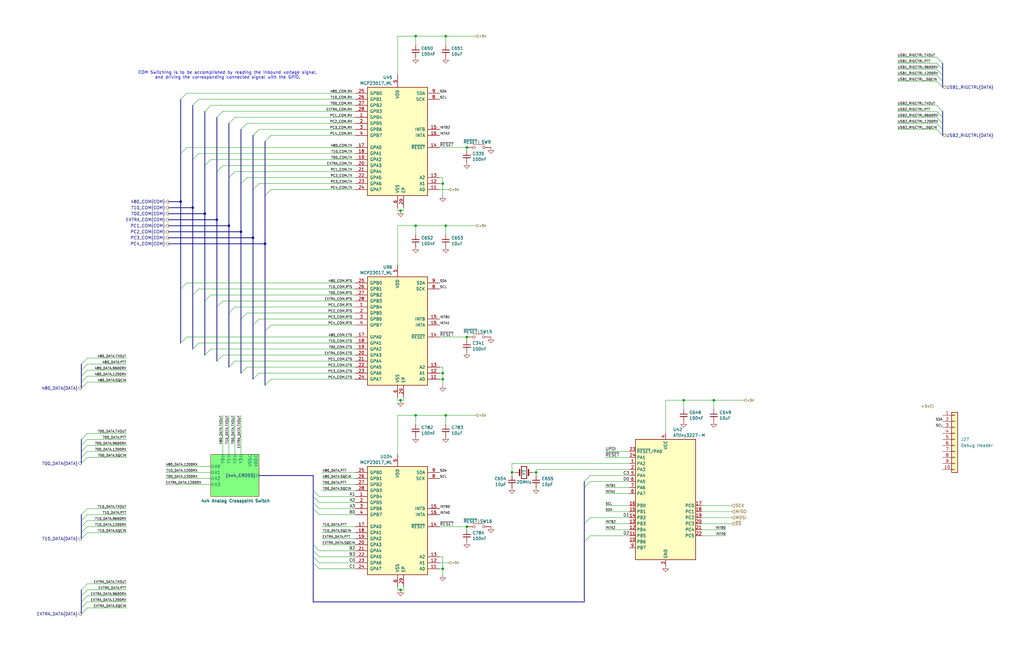
<source format=kicad_sch>
(kicad_sch (version 20250114) (generator "eeschema") (generator_version "9.0")
  (paper "B")
  (lib_symbols
    (symbol "Connector_Generic:Conn_01x10" (pin_names (offset 1.016) (hide yes))
      (property "Reference" "J" (at 0 12.7 0))
      (property "Value" "Conn_01x10" (at 0 -15.24 0))
      (symbol "Conn_01x10_1_1"
        (rectangle (start -1.27 11.43) (end 1.27 -13.97) (stroke (width 0.254)) (fill (type background)))
        (rectangle (start -1.27 10.287) (end 0 10.033) (stroke (width 0.1524)))
        (rectangle (start -1.27 7.747) (end 0 7.493) (stroke (width 0.1524)))
        (rectangle (start -1.27 5.207) (end 0 4.953) (stroke (width 0.1524)))
        (rectangle (start -1.27 2.667) (end 0 2.413) (stroke (width 0.1524)))
        (rectangle (start -1.27 0.127) (end 0 -0.127) (stroke (width 0.1524)))
        (rectangle (start -1.27 -2.413) (end 0 -2.667) (stroke (width 0.1524)))
        (rectangle (start -1.27 -4.953) (end 0 -5.207) (stroke (width 0.1524)))
        (rectangle (start -1.27 -7.493) (end 0 -7.747) (stroke (width 0.1524)))
        (rectangle (start -1.27 -10.033) (end 0 -10.287) (stroke (width 0.1524)))
        (rectangle (start -1.27 -12.573) (end 0 -12.827) (stroke (width 0.1524)))
        (pin passive line (at -5.08 10.16 0) (length 3.81) (name "Pin_1") (number "1"))
        (pin passive line (at -5.08 7.62 0) (length 3.81) (name "Pin_2") (number "2"))
        (pin passive line (at -5.08 5.08 0) (length 3.81) (name "Pin_3") (number "3"))
        (pin passive line (at -5.08 2.54 0) (length 3.81) (name "Pin_4") (number "4"))
        (pin passive line (at -5.08 0 0) (length 3.81) (name "Pin_5") (number "5"))
        (pin passive line (at -5.08 -2.54 0) (length 3.81) (name "Pin_6") (number "6"))
        (pin passive line (at -5.08 -5.08 0) (length 3.81) (name "Pin_7") (number "7"))
        (pin passive line (at -5.08 -7.62 0) (length 3.81) (name "Pin_8") (number "8"))
        (pin passive line (at -5.08 -10.16 0) (length 3.81) (name "Pin_9") (number "9"))
        (pin passive line (at -5.08 -12.7 0) (length 3.81) (name "Pin_10") (number "10"))
      )
    )
    (symbol "Device:C_Small" (pin_numbers (hide yes)) (pin_names (offset 0.254) (hide yes))
      (property "Reference" "C" (at 0.254 1.778 0))
      (property "Value" "C_Small" (at 0.254 -2.032 0))
      (symbol "C_Small_0_1"
        (polyline (pts (xy -1.524 0.508) (xy 1.524 0.508)) (stroke (width 0.3048)))
        (polyline (pts (xy -1.524 -0.508) (xy 1.524 -0.508)) (stroke (width 0.3302)))
      )
      (symbol "C_Small_1_1"
        (pin passive line (at 0 2.54 270) (length 2.032) (name "~") (number "1"))
        (pin passive line (at 0 -2.54 90) (length 2.032) (name "~") (number "2"))
      )
    )
    (symbol "Device:Crystal" (pin_numbers (hide yes)) (pin_names (offset 1.016) (hide yes))
      (property "Reference" "Y" (at 0 3.81 0))
      (property "Value" "Crystal" (at 0 -3.81 0))
      (symbol "Crystal_0_1"
        (polyline (pts (xy -2.54 0) (xy -1.905 0)))
        (polyline (pts (xy -1.905 -1.27) (xy -1.905 1.27)) (stroke (width 0.508)))
        (rectangle (start -1.143 2.54) (end 1.143 -2.54) (stroke (width 0.3048)))
        (polyline (pts (xy 1.905 -1.27) (xy 1.905 1.27)) (stroke (width 0.508)))
        (polyline (pts (xy 2.54 0) (xy 1.905 0)))
      )
      (symbol "Crystal_1_1"
        (pin passive line (at -3.81 0 0) (length 1.27) (name "1") (number "1"))
        (pin passive line (at 3.81 0 180) (length 1.27) (name "2") (number "2"))
      )
    )
    (symbol "Interface_Expansion:MCP23017_ML" (pin_names (offset 1.016))
      (property "Reference" "U" (at -11.43 24.13 0))
      (property "Value" "MCP23017_ML" (at 0 0 0))
      (symbol "MCP23017_ML_0_1"
        (rectangle (start -12.7 22.86) (end 12.7 -22.86) (stroke (width 0.254)) (fill (type background)))
      )
      (symbol "MCP23017_ML_1_1"
        (pin bidirectional line (at -17.78 20.32 0) (length 5.08) (name "SDA") (number "9"))
        (pin input line (at -17.78 17.78 0) (length 5.08) (name "SCK") (number "8"))
        (pin tri_state line (at -17.78 5.08 0) (length 5.08) (name "INTB") (number "15"))
        (pin tri_state line (at -17.78 2.54 0) (length 5.08) (name "INTA") (number "16"))
        (pin input line (at -17.78 -2.54 0) (length 5.08) (name "~{RESET}") (number "14"))
        (pin input line (at -17.78 -15.24 0) (length 5.08) (name "A2") (number "13"))
        (pin input line (at -17.78 -17.78 0) (length 5.08) (name "A1") (number "12"))
        (pin input line (at -17.78 -20.32 0) (length 5.08) (name "A0") (number "11"))
        (pin no_connect line (at -12.7 15.24 0) (length 5.08) (hide yes) (name "NC") (number "7"))
        (pin no_connect line (at -12.7 12.7 0) (length 5.08) (hide yes) (name "NC") (number "10"))
        (pin passive line (at -2.54 -27.94 90) (length 5.08) (name "EP") (number "29"))
        (pin power_in line (at 0 27.94 270) (length 5.08) (name "VDD") (number "5"))
        (pin power_in line (at 0 -27.94 90) (length 5.08) (name "VSS") (number "6"))
        (pin bidirectional line (at 17.78 20.32 180) (length 5.08) (name "GPB0") (number "25"))
        (pin bidirectional line (at 17.78 17.78 180) (length 5.08) (name "GPB1") (number "26"))
        (pin bidirectional line (at 17.78 15.24 180) (length 5.08) (name "GPB2") (number "27"))
        (pin bidirectional line (at 17.78 12.7 180) (length 5.08) (name "GPB3") (number "28"))
        (pin bidirectional line (at 17.78 10.16 180) (length 5.08) (name "GPB4") (number "1"))
        (pin bidirectional line (at 17.78 7.62 180) (length 5.08) (name "GPB5") (number "2"))
        (pin bidirectional line (at 17.78 5.08 180) (length 5.08) (name "GPB6") (number "3"))
        (pin output line (at 17.78 2.54 180) (length 5.08) (name "GPB7") (number "4"))
        (pin bidirectional line (at 17.78 -2.54 180) (length 5.08) (name "GPA0") (number "17"))
        (pin bidirectional line (at 17.78 -5.08 180) (length 5.08) (name "GPA1") (number "18"))
        (pin bidirectional line (at 17.78 -7.62 180) (length 5.08) (name "GPA2") (number "19"))
        (pin bidirectional line (at 17.78 -10.16 180) (length 5.08) (name "GPA3") (number "20"))
        (pin bidirectional line (at 17.78 -12.7 180) (length 5.08) (name "GPA4") (number "21"))
        (pin bidirectional line (at 17.78 -15.24 180) (length 5.08) (name "GPA5") (number "22"))
        (pin bidirectional line (at 17.78 -17.78 180) (length 5.08) (name "GPA6") (number "23"))
        (pin output line (at 17.78 -20.32 180) (length 5.08) (name "GPA7") (number "24"))
      )
    )
    (symbol "MCU_Microchip_ATtiny:ATtiny3227-M"
      (property "Reference" "U" (at -12.7 26.67 0))
      (property "Value" "ATtiny3227-M" (at 2.54 -26.67 0))
      (symbol "ATtiny3227-M_0_1"
        (rectangle (start -12.7 -25.4) (end 12.7 25.4) (stroke (width 0.254)) (fill (type background)))
      )
      (symbol "ATtiny3227-M_1_1"
        (pin bidirectional line (at -15.24 -2.54 0) (length 2.54) (name "PC0") (number "17"))
        (pin bidirectional line (at -15.24 -5.08 0) (length 2.54) (name "PC1") (number "18"))
        (pin bidirectional line (at -15.24 -7.62 0) (length 2.54) (name "PC2") (number "19"))
        (pin bidirectional line (at -15.24 -10.16 0) (length 2.54) (name "PC3") (number "20"))
        (pin bidirectional line (at -15.24 -12.7 0) (length 2.54) (name "PC4") (number "21"))
        (pin bidirectional line (at -15.24 -15.24 0) (length 2.54) (name "PC5") (number "22"))
        (pin power_in line (at 0 27.94 270) (length 2.54) (name "VCC") (number "4"))
        (pin passive line (at 0 -27.94 90) (length 2.54) (hide yes) (name "GND") (number "25"))
        (pin power_in line (at 0 -27.94 90) (length 2.54) (name "GND") (number "3"))
        (pin bidirectional line (at 15.24 20.32 180) (length 2.54) (name "~{RESET}/PA0") (number "23"))
        (pin bidirectional line (at 15.24 17.78 180) (length 2.54) (name "PA1") (number "24"))
        (pin bidirectional line (at 15.24 15.24 180) (length 2.54) (name "PA2") (number "1"))
        (pin bidirectional line (at 15.24 12.7 180) (length 2.54) (name "PA3") (number "2"))
        (pin bidirectional line (at 15.24 10.16 180) (length 2.54) (name "PA4") (number "5"))
        (pin bidirectional line (at 15.24 7.62 180) (length 2.54) (name "PA5") (number "6"))
        (pin bidirectional line (at 15.24 5.08 180) (length 2.54) (name "PA6") (number "7"))
        (pin bidirectional line (at 15.24 2.54 180) (length 2.54) (name "PA7") (number "8"))
        (pin bidirectional line (at 15.24 -2.54 180) (length 2.54) (name "PB0") (number "16"))
        (pin bidirectional line (at 15.24 -5.08 180) (length 2.54) (name "PB1") (number "15"))
        (pin bidirectional line (at 15.24 -7.62 180) (length 2.54) (name "PB2") (number "14"))
        (pin bidirectional line (at 15.24 -10.16 180) (length 2.54) (name "PB3") (number "13"))
        (pin bidirectional line (at 15.24 -12.7 180) (length 2.54) (name "PB4") (number "12"))
        (pin bidirectional line (at 15.24 -15.24 180) (length 2.54) (name "PB5") (number "11"))
        (pin bidirectional line (at 15.24 -17.78 180) (length 2.54) (name "PB6") (number "10"))
        (pin bidirectional line (at 15.24 -20.32 180) (length 2.54) (name "PB7") (number "9"))
      )
    )
    (symbol "Switch:SW_Push" (pin_numbers (hide yes)) (pin_names (offset 1.016) (hide yes))
      (property "Reference" "SW" (at 1.27 2.54 0))
      (property "Value" "SW_Push" (at 0 -1.524 0))
      (symbol "SW_Push_0_1"
        (circle (center -2.032 0) (radius 0.508))
        (polyline (pts (xy 0 1.27) (xy 0 3.048)))
        (circle (center 2.032 0) (radius 0.508))
        (polyline (pts (xy 2.54 1.27) (xy -2.54 1.27)))
        (pin passive line (at -5.08 0 0) (length 2.54) (name "1") (number "1"))
        (pin passive line (at 5.08 0 180) (length 2.54) (name "2") (number "2"))
      )
    )
    (symbol "power:GND" (power) (pin_numbers (hide yes)) (pin_names (offset 0) (hide yes))
      (property "Value" "GND" (at 0 -3.81 0))
      (symbol "GND_0_1"
        (polyline (pts (xy 0 0) (xy 0 -1.27) (xy 1.27 -1.27) (xy 0 -2.54) (xy -1.27 -1.27) (xy 0 -1.27)))
      )
      (symbol "GND_1_1"
        (pin power_in line (at 0 0 270) (length 0) (name "~") (number "1"))
      )
    )
  )
  (text "COM Switching is to be accomplished by reading the inbound voltage signal,\nand driving the corresponding connected signal with the GPIO." (at 96.012 31.75 0) (effects (font (size 1.27 1.27))))
  (junction (at 186.69 77.47))
  (junction (at 175.26 15.24))
  (junction (at 187.96 95.25))
  (junction (at 196.85 62.23))
  (junction (at 76.2 85.09))
  (junction (at 175.26 95.25))
  (junction (at 91.44 92.71))
  (junction (at 186.69 160.02))
  (junction (at 196.85 222.25))
  (junction (at 96.52 95.25))
  (junction (at 168.91 168.91))
  (junction (at 226.06 199.39))
  (junction (at 215.9 199.39))
  (junction (at 86.36 90.17))
  (junction (at 187.96 175.26))
  (junction (at 187.96 15.24))
  (junction (at 111.76 102.87))
  (junction (at 288.29 168.91))
  (junction (at 175.26 175.26))
  (junction (at 81.28 87.63))
  (junction (at 300.99 168.91))
  (junction (at 101.6 97.79))
  (junction (at 106.68 100.33))
  (junction (at 186.69 240.03))
  (junction (at 196.85 142.24))
  (junction (at 168.91 88.9))
  (junction (at 168.91 248.92))
  (junction (at 186.69 157.48))
  (bus_entry (at 99.06 152.4) (size -2.54 2.54))
  (bus_entry (at 394.97 46.99) (size 2.54 2.54))
  (bus_entry (at 36.83 248.92) (size -2.54 2.54))
  (bus_entry (at 78.74 119.38) (size -2.54 2.54))
  (bus_entry (at 78.74 142.24) (size -2.54 2.54))
  (bus_entry (at 394.97 49.53) (size 2.54 2.54))
  (bus_entry (at 93.98 149.86) (size -2.54 2.54))
  (bus_entry (at 36.83 190.5) (size -2.54 2.54))
  (bus_entry (at 36.83 217.17) (size -2.54 2.54))
  (bus_entry (at 104.14 132.08) (size -2.54 2.54))
  (bus_entry (at 83.82 41.91) (size -2.54 2.54))
  (bus_entry (at 394.97 24.13) (size 2.54 2.54))
  (bus_entry (at 36.83 222.25) (size -2.54 2.54))
  (bus_entry (at 78.74 62.23) (size -2.54 2.54))
  (bus_entry (at 36.83 254) (size -2.54 2.54))
  (bus_entry (at 83.82 144.78) (size -2.54 2.54))
  (bus_entry (at 132.08 207.01) (size 2.54 2.54))
  (bus_entry (at 246.38 203.2) (size 2.54 -2.54))
  (bus_entry (at 99.06 129.54) (size -2.54 2.54))
  (bus_entry (at 394.97 31.75) (size 2.54 2.54))
  (bus_entry (at 36.83 187.96) (size -2.54 2.54))
  (bus_entry (at 83.82 64.77) (size -2.54 2.54))
  (bus_entry (at 93.98 69.85) (size -2.54 2.54))
  (bus_entry (at 114.3 80.01) (size -2.54 2.54))
  (bus_entry (at 104.14 154.94) (size -2.54 2.54))
  (bus_entry (at 394.97 52.07) (size 2.54 2.54))
  (bus_entry (at 109.22 54.61) (size -2.54 2.54))
  (bus_entry (at 394.97 34.29) (size 2.54 2.54))
  (bus_entry (at 36.83 224.79) (size -2.54 2.54))
  (bus_entry (at 132.08 234.95) (size 2.54 2.54))
  (bus_entry (at 36.83 151.13) (size -2.54 2.54))
  (bus_entry (at 36.83 158.75) (size -2.54 2.54))
  (bus_entry (at 36.83 193.04) (size -2.54 2.54))
  (bus_entry (at 36.83 251.46) (size -2.54 2.54))
  (bus_entry (at 246.38 205.74) (size 2.54 -2.54))
  (bus_entry (at 99.06 72.39) (size -2.54 2.54))
  (bus_entry (at 104.14 74.93) (size -2.54 2.54))
  (bus_entry (at 109.22 157.48) (size -2.54 2.54))
  (bus_entry (at 132.08 209.55) (size 2.54 2.54))
  (bus_entry (at 394.97 26.67) (size 2.54 2.54))
  (bus_entry (at 36.83 246.38) (size -2.54 2.54))
  (bus_entry (at 109.22 77.47) (size -2.54 2.54))
  (bus_entry (at 88.9 44.45) (size -2.54 2.54))
  (bus_entry (at 36.83 256.54) (size -2.54 2.54))
  (bus_entry (at 109.22 134.62) (size -2.54 2.54))
  (bus_entry (at 394.97 29.21) (size 2.54 2.54))
  (bus_entry (at 132.08 237.49) (size 2.54 2.54))
  (bus_entry (at 36.83 185.42) (size -2.54 2.54))
  (bus_entry (at 36.83 153.67) (size -2.54 2.54))
  (bus_entry (at 394.97 54.61) (size 2.54 2.54))
  (bus_entry (at 394.97 44.45) (size 2.54 2.54))
  (bus_entry (at 132.08 232.41) (size 2.54 2.54))
  (bus_entry (at 132.08 212.09) (size 2.54 2.54))
  (bus_entry (at 36.83 156.21) (size -2.54 2.54))
  (bus_entry (at 36.83 161.29) (size -2.54 2.54))
  (bus_entry (at 36.83 214.63) (size -2.54 2.54))
  (bus_entry (at 88.9 124.46) (size -2.54 2.54))
  (bus_entry (at 78.74 39.37) (size -2.54 2.54))
  (bus_entry (at 104.14 52.07) (size -2.54 2.54))
  (bus_entry (at 246.38 220.98) (size 2.54 -2.54))
  (bus_entry (at 88.9 67.31) (size -2.54 2.54))
  (bus_entry (at 114.3 137.16) (size -2.54 2.54))
  (bus_entry (at 36.83 182.88) (size -2.54 2.54))
  (bus_entry (at 132.08 229.87) (size 2.54 2.54))
  (bus_entry (at 36.83 219.71) (size -2.54 2.54))
  (bus_entry (at 83.82 121.92) (size -2.54 2.54))
  (bus_entry (at 114.3 160.02) (size -2.54 2.54))
  (bus_entry (at 99.06 49.53) (size -2.54 2.54))
  (bus_entry (at 246.38 228.6) (size 2.54 -2.54))
  (bus_entry (at 88.9 147.32) (size -2.54 2.54))
  (bus_entry (at 93.98 127) (size -2.54 2.54))
  (bus_entry (at 114.3 57.15) (size -2.54 2.54))
  (bus_entry (at 93.98 46.99) (size -2.54 2.54))
  (bus_entry (at 132.08 214.63) (size 2.54 2.54))
  (wire (pts (xy 226.06 198.12) (xy 226.06 199.39)))
  (wire (pts (xy 99.06 175.26) (xy 99.06 191.77)))
  (wire (pts (xy 187.96 95.25) (xy 175.26 95.25)))
  (wire (pts (xy 88.9 124.46) (xy 149.86 124.46)))
  (wire (pts (xy 93.98 46.99) (xy 149.86 46.99)))
  (wire (pts (xy 215.9 199.39) (xy 217.17 199.39)))
  (bus (pts (xy 132.08 209.55) (xy 132.08 212.09)))
  (wire (pts (xy 93.98 127) (xy 149.86 127)))
  (bus (pts (xy 101.6 77.47) (xy 101.6 97.79)))
  (bus (pts (xy 111.76 139.7) (xy 111.76 162.56)))
  (wire (pts (xy 99.06 129.54) (xy 149.86 129.54)))
  (bus (pts (xy 86.36 90.17) (xy 86.36 69.85)))
  (bus (pts (xy 106.68 137.16) (xy 106.68 160.02)))
  (bus (pts (xy 34.29 193.04) (xy 34.29 195.58)))
  (bus (pts (xy 34.29 219.71) (xy 34.29 222.25)))
  (bus (pts (xy 397.51 26.67) (xy 397.51 29.21)))
  (wire (pts (xy 187.96 175.26) (xy 175.26 175.26)))
  (wire (pts (xy 265.43 200.66) (xy 248.92 200.66)))
  (wire (pts (xy 36.83 251.46) (xy 53.34 251.46)))
  (bus (pts (xy 34.29 217.17) (xy 34.29 219.71)))
  (bus (pts (xy 111.76 82.55) (xy 111.76 102.87)))
  (wire (pts (xy 170.18 87.63) (xy 170.18 88.9)))
  (wire (pts (xy 196.85 222.25) (xy 196.85 223.52)))
  (wire (pts (xy 36.83 156.21) (xy 53.34 156.21)))
  (wire (pts (xy 36.83 224.79) (xy 53.34 224.79)))
  (bus (pts (xy 246.38 228.6) (xy 246.38 220.98)))
  (wire (pts (xy 248.92 226.06) (xy 265.43 226.06)))
  (wire (pts (xy 186.69 240.03) (xy 186.69 242.57)))
  (wire (pts (xy 135.89 201.93) (xy 149.86 201.93)))
  (wire (pts (xy 109.22 54.61) (xy 149.86 54.61)))
  (wire (pts (xy 280.67 168.91) (xy 280.67 182.88)))
  (wire (pts (xy 196.85 62.23) (xy 196.85 63.5)))
  (wire (pts (xy 394.97 31.75) (xy 378.46 31.75)))
  (wire (pts (xy 78.74 39.37) (xy 149.86 39.37)))
  (wire (pts (xy 149.86 209.55) (xy 134.62 209.55)))
  (wire (pts (xy 104.14 132.08) (xy 149.86 132.08)))
  (wire (pts (xy 36.83 222.25) (xy 53.34 222.25)))
  (wire (pts (xy 149.86 214.63) (xy 134.62 214.63)))
  (wire (pts (xy 226.06 198.12) (xy 265.43 198.12)))
  (wire (pts (xy 255.27 190.5) (xy 265.43 190.5)))
  (wire (pts (xy 167.64 175.26) (xy 167.64 191.77)))
  (wire (pts (xy 88.9 44.45) (xy 149.86 44.45)))
  (bus (pts (xy 397.51 49.53) (xy 397.51 52.07)))
  (bus (pts (xy 101.6 134.62) (xy 101.6 157.48)))
  (wire (pts (xy 78.74 119.38) (xy 149.86 119.38)))
  (wire (pts (xy 175.26 175.26) (xy 175.26 179.07)))
  (bus (pts (xy 132.08 234.95) (xy 132.08 237.49)))
  (bus (pts (xy 76.2 85.09) (xy 76.2 121.92)))
  (wire (pts (xy 187.96 15.24) (xy 175.26 15.24)))
  (bus (pts (xy 34.29 158.75) (xy 34.29 161.29)))
  (wire (pts (xy 135.89 204.47) (xy 149.86 204.47)))
  (wire (pts (xy 93.98 69.85) (xy 149.86 69.85)))
  (wire (pts (xy 394.97 26.67) (xy 378.46 26.67)))
  (wire (pts (xy 99.06 72.39) (xy 149.86 72.39)))
  (wire (pts (xy 36.83 187.96) (xy 53.34 187.96)))
  (wire (pts (xy 36.83 153.67) (xy 53.34 153.67)))
  (wire (pts (xy 69.85 199.39) (xy 88.9 199.39)))
  (wire (pts (xy 135.89 199.39) (xy 149.86 199.39)))
  (wire (pts (xy 83.82 64.77) (xy 149.86 64.77)))
  (bus (pts (xy 132.08 212.09) (xy 132.08 214.63)))
  (wire (pts (xy 186.69 157.48) (xy 185.42 157.48)))
  (wire (pts (xy 186.69 160.02) (xy 186.69 162.56)))
  (wire (pts (xy 186.69 234.95) (xy 185.42 234.95)))
  (wire (pts (xy 255.27 215.9) (xy 265.43 215.9)))
  (wire (pts (xy 78.74 142.24) (xy 149.86 142.24)))
  (wire (pts (xy 394.97 46.99) (xy 378.46 46.99)))
  (wire (pts (xy 167.64 247.65) (xy 167.64 248.92)))
  (wire (pts (xy 149.86 217.17) (xy 134.62 217.17)))
  (bus (pts (xy 106.68 57.15) (xy 106.68 80.01)))
  (bus (pts (xy 81.28 87.63) (xy 81.28 124.46)))
  (wire (pts (xy 69.85 204.47) (xy 88.9 204.47)))
  (wire (pts (xy 394.97 44.45) (xy 378.46 44.45)))
  (wire (pts (xy 186.69 157.48) (xy 186.69 160.02)))
  (wire (pts (xy 135.89 224.79) (xy 149.86 224.79)))
  (wire (pts (xy 170.18 247.65) (xy 170.18 248.92)))
  (bus (pts (xy 34.29 161.29) (xy 34.29 163.83)))
  (wire (pts (xy 255.27 223.52) (xy 265.43 223.52)))
  (bus (pts (xy 246.38 205.74) (xy 246.38 220.98)))
  (bus (pts (xy 109.22 200.66) (xy 132.08 200.66)))
  (bus (pts (xy 76.2 64.77) (xy 76.2 85.09)))
  (wire (pts (xy 109.22 134.62) (xy 149.86 134.62)))
  (wire (pts (xy 394.97 49.53) (xy 378.46 49.53)))
  (bus (pts (xy 397.51 31.75) (xy 397.51 34.29)))
  (bus (pts (xy 246.38 254) (xy 132.08 254)))
  (wire (pts (xy 255.27 205.74) (xy 265.43 205.74)))
  (wire (pts (xy 99.06 49.53) (xy 149.86 49.53)))
  (wire (pts (xy 313.69 168.91) (xy 300.99 168.91)))
  (wire (pts (xy 226.06 200.66) (xy 226.06 199.39)))
  (wire (pts (xy 215.9 200.66) (xy 215.9 199.39)))
  (wire (pts (xy 168.91 168.91) (xy 170.18 168.91)))
  (wire (pts (xy 185.42 237.49) (xy 189.23 237.49)))
  (wire (pts (xy 186.69 77.47) (xy 185.42 77.47)))
  (bus (pts (xy 397.51 34.29) (xy 397.51 36.83)))
  (wire (pts (xy 186.69 77.47) (xy 186.69 74.93)))
  (bus (pts (xy 71.12 87.63) (xy 81.28 87.63)))
  (wire (pts (xy 167.64 15.24) (xy 167.64 31.75)))
  (wire (pts (xy 167.64 88.9) (xy 168.91 88.9)))
  (wire (pts (xy 186.69 74.93) (xy 185.42 74.93)))
  (wire (pts (xy 167.64 248.92) (xy 168.91 248.92)))
  (wire (pts (xy 93.98 175.26) (xy 93.98 191.77)))
  (bus (pts (xy 397.51 46.99) (xy 397.51 49.53)))
  (wire (pts (xy 36.83 217.17) (xy 53.34 217.17)))
  (wire (pts (xy 200.66 175.26) (xy 187.96 175.26)))
  (wire (pts (xy 88.9 147.32) (xy 149.86 147.32)))
  (wire (pts (xy 104.14 74.93) (xy 149.86 74.93)))
  (wire (pts (xy 168.91 248.92) (xy 170.18 248.92)))
  (wire (pts (xy 167.64 87.63) (xy 167.64 88.9)))
  (wire (pts (xy 186.69 77.47) (xy 186.69 82.55)))
  (wire (pts (xy 196.85 222.25) (xy 185.42 222.25)))
  (wire (pts (xy 69.85 201.93) (xy 88.9 201.93)))
  (wire (pts (xy 69.85 196.85) (xy 88.9 196.85)))
  (wire (pts (xy 295.91 213.36) (xy 308.61 213.36)))
  (wire (pts (xy 185.42 80.01) (xy 189.23 80.01)))
  (wire (pts (xy 295.91 218.44) (xy 308.61 218.44)))
  (wire (pts (xy 295.91 220.98) (xy 308.61 220.98)))
  (wire (pts (xy 149.86 232.41) (xy 134.62 232.41)))
  (wire (pts (xy 96.52 175.26) (xy 96.52 191.77)))
  (wire (pts (xy 149.86 212.09) (xy 134.62 212.09)))
  (wire (pts (xy 255.27 213.36) (xy 265.43 213.36)))
  (bus (pts (xy 71.12 102.87) (xy 111.76 102.87)))
  (bus (pts (xy 101.6 97.79) (xy 101.6 134.62)))
  (bus (pts (xy 86.36 90.17) (xy 86.36 127)))
  (bus (pts (xy 96.52 95.25) (xy 96.52 132.08)))
  (wire (pts (xy 255.27 220.98) (xy 265.43 220.98)))
  (wire (pts (xy 36.83 158.75) (xy 53.34 158.75)))
  (wire (pts (xy 175.26 15.24) (xy 167.64 15.24)))
  (wire (pts (xy 114.3 137.16) (xy 149.86 137.16)))
  (wire (pts (xy 394.97 24.13) (xy 378.46 24.13)))
  (wire (pts (xy 255.27 208.28) (xy 265.43 208.28)))
  (wire (pts (xy 170.18 167.64) (xy 170.18 168.91)))
  (wire (pts (xy 36.83 185.42) (xy 53.34 185.42)))
  (bus (pts (xy 132.08 200.66) (xy 132.08 207.01)))
  (bus (pts (xy 397.51 54.61) (xy 397.51 57.15)))
  (wire (pts (xy 83.82 121.92) (xy 149.86 121.92)))
  (bus (pts (xy 96.52 74.93) (xy 96.52 52.07)))
  (wire (pts (xy 167.64 95.25) (xy 167.64 111.76)))
  (wire (pts (xy 36.83 193.04) (xy 53.34 193.04)))
  (wire (pts (xy 306.07 226.06) (xy 295.91 226.06)))
  (bus (pts (xy 132.08 254) (xy 132.08 237.49)))
  (wire (pts (xy 114.3 80.01) (xy 149.86 80.01)))
  (wire (pts (xy 167.64 167.64) (xy 167.64 168.91)))
  (wire (pts (xy 104.14 154.94) (xy 149.86 154.94)))
  (wire (pts (xy 175.26 15.24) (xy 175.26 19.05)))
  (bus (pts (xy 91.44 92.71) (xy 91.44 72.39)))
  (bus (pts (xy 132.08 232.41) (xy 132.08 234.95)))
  (bus (pts (xy 34.29 187.96) (xy 34.29 190.5)))
  (wire (pts (xy 196.85 142.24) (xy 196.85 143.51)))
  (wire (pts (xy 175.26 95.25) (xy 167.64 95.25)))
  (wire (pts (xy 36.83 182.88) (xy 53.34 182.88)))
  (bus (pts (xy 81.28 67.31) (xy 81.28 44.45)))
  (bus (pts (xy 96.52 95.25) (xy 96.52 74.93)))
  (wire (pts (xy 196.85 62.23) (xy 185.42 62.23)))
  (wire (pts (xy 36.83 246.38) (xy 53.34 246.38)))
  (wire (pts (xy 168.91 88.9) (xy 170.18 88.9)))
  (wire (pts (xy 83.82 41.91) (xy 149.86 41.91)))
  (wire (pts (xy 36.83 151.13) (xy 53.34 151.13)))
  (bus (pts (xy 132.08 207.01) (xy 132.08 209.55)))
  (wire (pts (xy 300.99 168.91) (xy 300.99 172.72)))
  (wire (pts (xy 114.3 57.15) (xy 149.86 57.15)))
  (wire (pts (xy 93.98 149.86) (xy 149.86 149.86)))
  (wire (pts (xy 175.26 95.25) (xy 175.26 99.06)))
  (wire (pts (xy 135.89 227.33) (xy 149.86 227.33)))
  (bus (pts (xy 81.28 87.63) (xy 81.28 67.31)))
  (wire (pts (xy 226.06 199.39) (xy 224.79 199.39)))
  (bus (pts (xy 96.52 154.94) (xy 96.52 132.08)))
  (wire (pts (xy 83.82 144.78) (xy 149.86 144.78)))
  (wire (pts (xy 114.3 160.02) (xy 149.86 160.02)))
  (wire (pts (xy 36.83 161.29) (xy 53.34 161.29)))
  (wire (pts (xy 149.86 234.95) (xy 134.62 234.95)))
  (wire (pts (xy 200.66 15.24) (xy 187.96 15.24)))
  (wire (pts (xy 36.83 248.92) (xy 53.34 248.92)))
  (wire (pts (xy 36.83 219.71) (xy 53.34 219.71)))
  (bus (pts (xy 101.6 54.61) (xy 101.6 77.47)))
  (wire (pts (xy 265.43 203.2) (xy 248.92 203.2)))
  (bus (pts (xy 71.12 97.79) (xy 101.6 97.79)))
  (bus (pts (xy 397.51 52.07) (xy 397.51 54.61)))
  (bus (pts (xy 246.38 205.74) (xy 246.38 203.2)))
  (bus (pts (xy 132.08 214.63) (xy 132.08 229.87)))
  (wire (pts (xy 36.83 254) (xy 53.34 254)))
  (bus (pts (xy 34.29 251.46) (xy 34.29 254)))
  (wire (pts (xy 149.86 237.49) (xy 134.62 237.49)))
  (bus (pts (xy 81.28 124.46) (xy 81.28 147.32)))
  (wire (pts (xy 255.27 193.04) (xy 265.43 193.04)))
  (bus (pts (xy 34.29 190.5) (xy 34.29 193.04)))
  (bus (pts (xy 106.68 100.33) (xy 106.68 137.16)))
  (wire (pts (xy 196.85 142.24) (xy 185.42 142.24)))
  (wire (pts (xy 394.97 34.29) (xy 378.46 34.29)))
  (bus (pts (xy 71.12 90.17) (xy 86.36 90.17)))
  (wire (pts (xy 99.06 152.4) (xy 149.86 152.4)))
  (bus (pts (xy 34.29 185.42) (xy 34.29 187.96)))
  (bus (pts (xy 71.12 85.09) (xy 76.2 85.09)))
  (wire (pts (xy 36.83 214.63) (xy 53.34 214.63)))
  (wire (pts (xy 186.69 240.03) (xy 186.69 234.95)))
  (wire (pts (xy 306.07 223.52) (xy 295.91 223.52)))
  (wire (pts (xy 265.43 218.44) (xy 248.92 218.44)))
  (bus (pts (xy 34.29 254) (xy 34.29 256.54)))
  (bus (pts (xy 34.29 156.21) (xy 34.29 158.75)))
  (bus (pts (xy 91.44 129.54) (xy 91.44 152.4)))
  (wire (pts (xy 78.74 62.23) (xy 149.86 62.23)))
  (wire (pts (xy 109.22 157.48) (xy 149.86 157.48)))
  (wire (pts (xy 149.86 240.03) (xy 134.62 240.03)))
  (bus (pts (xy 34.29 256.54) (xy 34.29 259.08)))
  (wire (pts (xy 288.29 168.91) (xy 288.29 172.72)))
  (wire (pts (xy 101.6 175.26) (xy 101.6 191.77)))
  (wire (pts (xy 185.42 240.03) (xy 186.69 240.03)))
  (bus (pts (xy 106.68 80.01) (xy 106.68 100.33)))
  (wire (pts (xy 394.97 29.21) (xy 378.46 29.21)))
  (wire (pts (xy 135.89 222.25) (xy 149.86 222.25)))
  (wire (pts (xy 215.9 195.58) (xy 215.9 199.39)))
  (wire (pts (xy 135.89 229.87) (xy 149.86 229.87)))
  (wire (pts (xy 185.42 160.02) (xy 186.69 160.02)))
  (bus (pts (xy 76.2 144.78) (xy 76.2 121.92)))
  (bus (pts (xy 34.29 224.79) (xy 34.29 227.33)))
  (bus (pts (xy 91.44 72.39) (xy 91.44 49.53)))
  (wire (pts (xy 200.66 95.25) (xy 187.96 95.25)))
  (wire (pts (xy 135.89 207.01) (xy 149.86 207.01)))
  (wire (pts (xy 104.14 52.07) (xy 149.86 52.07)))
  (bus (pts (xy 71.12 95.25) (xy 96.52 95.25)))
  (wire (pts (xy 186.69 154.94) (xy 185.42 154.94)))
  (wire (pts (xy 288.29 168.91) (xy 280.67 168.91)))
  (bus (pts (xy 132.08 229.87) (xy 132.08 232.41)))
  (bus (pts (xy 86.36 127) (xy 86.36 149.86)))
  (wire (pts (xy 187.96 175.26) (xy 187.96 179.07)))
  (wire (pts (xy 187.96 95.25) (xy 187.96 99.06)))
  (wire (pts (xy 167.64 168.91) (xy 168.91 168.91)))
  (wire (pts (xy 300.99 168.91) (xy 288.29 168.91)))
  (bus (pts (xy 34.29 248.92) (xy 34.29 251.46)))
  (wire (pts (xy 394.97 54.61) (xy 378.46 54.61)))
  (bus (pts (xy 246.38 228.6) (xy 246.38 254)))
  (bus (pts (xy 76.2 64.77) (xy 76.2 41.91)))
  (wire (pts (xy 36.83 256.54) (xy 53.34 256.54)))
  (wire (pts (xy 36.83 190.5) (xy 53.34 190.5)))
  (wire (pts (xy 88.9 67.31) (xy 149.86 67.31)))
  (bus (pts (xy 71.12 100.33) (xy 106.68 100.33)))
  (bus (pts (xy 34.29 153.67) (xy 34.29 156.21)))
  (bus (pts (xy 34.29 222.25) (xy 34.29 224.79)))
  (wire (pts (xy 295.91 215.9) (xy 308.61 215.9)))
  (bus (pts (xy 397.51 29.21) (xy 397.51 31.75)))
  (wire (pts (xy 186.69 154.94) (xy 186.69 157.48)))
  (bus (pts (xy 111.76 102.87) (xy 111.76 139.7)))
  (wire (pts (xy 109.22 77.47) (xy 149.86 77.47)))
  (wire (pts (xy 215.9 195.58) (xy 265.43 195.58)))
  (wire (pts (xy 394.97 52.07) (xy 378.46 52.07)))
  (wire (pts (xy 187.96 15.24) (xy 187.96 19.05)))
  (bus (pts (xy 71.12 92.71) (xy 91.44 92.71)))
  (bus (pts (xy 86.36 69.85) (xy 86.36 46.99)))
  (wire (pts (xy 175.26 175.26) (xy 167.64 175.26)))
  (bus (pts (xy 91.44 92.71) (xy 91.44 129.54)))
  (bus (pts (xy 111.76 59.69) (xy 111.76 82.55)))
  (label "INTA0" (at 185.42 217.17 0) (effects (font (size 1 1))))
  (label "SDA" (at 185.42 119.38 0) (effects (font (size 1 1))))
  (label "EXTRA_DATA.TXOUT" (at 101.6 175.26 270) (effects (font (size 1 1))))
  (label "USB2_RIGCTRL.PTT" (at 378.46 46.99 0) (effects (font (size 1 1))))
  (label "PC2_COM.RTS" (at 148.59 132.08 180) (effects (font (size 1 1))))
  (label "SDA" (at 185.42 199.39 0) (effects (font (size 1 1))))
  (label "SCL" (at 255.27 213.36 0) (effects (font (size 1 1))))
  (label "SDA" (at 255.27 215.9 0) (effects (font (size 1 1))))
  (label "700_COM.CTS" (at 148.59 147.32 180) (effects (font (size 1 1))))
  (label "EXTRA_DATA.1200RX" (at 69.85 204.47 0) (effects (font (size 1 1))))
  (label "710_COM.TX" (at 148.59 64.77 180) (effects (font (size 1 1))))
  (label "700_COM.RX" (at 148.59 44.45 180) (effects (font (size 1 1))))
  (label "480_COM.RTS" (at 148.59 119.38 180) (effects (font (size 1 1))))
  (label "710_DATA.1200RX" (at 53.34 222.25 180) (effects (font (size 1 1))))
  (label "700_DATA.1200RX" (at 69.85 201.93 0) (effects (font (size 1 1))))
  (label "PC1_COM.RX" (at 148.59 49.53 180) (effects (font (size 1 1))))
  (label "480_DATA.TXOUT" (at 93.98 175.26 270) (effects (font (size 1 1))))
  (label "480_DATA.TXOUT" (at 53.34 151.13 180) (effects (font (size 1 1))))
  (label "A3" (at 149.86 214.63 180))
  (label "PC3_COM.RTS" (at 148.59 134.62 180) (effects (font (size 1 1))))
  (label "480_DATA.1200RX" (at 53.34 158.75 180) (effects (font (size 1 1))))
  (label "USB1_RIGCTRL.1200RX" (at 378.46 31.75 0) (effects (font (size 1 1))))
  (label "PC2_COM.RX" (at 148.59 52.07 180) (effects (font (size 1 1))))
  (label "PC4_COM.RTS" (at 148.59 137.16 180) (effects (font (size 1 1))))
  (label "SCL" (at 397.51 180.34 180) (effects (font (size 1 1))))
  (label "C0" (at 149.86 237.49 180))
  (label "D0" (at 265.43 203.2 180))
  (label "EXTRA_DATA.PTT" (at 53.34 248.92 180) (effects (font (size 1 1))))
  (label "B3" (at 149.86 234.95 180))
  (label "B2" (at 149.86 232.41 180))
  (label "710_COM.RX" (at 148.59 41.91 180) (effects (font (size 1 1))))
  (label "700_DATA.SQCIN" (at 135.89 207.01 0) (effects (font (size 1 1))))
  (label "700_COM.TX" (at 148.59 67.31 180) (effects (font (size 1 1))))
  (label "PC4_COM.TX" (at 148.59 80.01 180) (effects (font (size 1 1))))
  (label "710_DATA.PTT" (at 135.89 222.25 0) (effects (font (size 1 1))))
  (label "INTB2" (at 255.27 220.98 0) (effects (font (size 1 1))))
  (label "INTA1" (at 255.27 208.28 0) (effects (font (size 1 1))))
  (label "USB2_RIGCTRL.9600RX" (at 378.46 49.53 0) (effects (font (size 1 1))))
  (label "USB1_RIGCTRL.TXOUT" (at 378.46 24.13 0) (effects (font (size 1 1))))
  (label "UPDI" (at 255.27 190.5 0))
  (label "SCL" (at 185.42 41.91 0) (effects (font (size 1 1))))
  (label "EXTRA_DATA.9600RX" (at 53.34 251.46 180) (effects (font (size 1 1))))
  (label "700_DATA.SQCIN" (at 53.34 193.04 180) (effects (font (size 1 1))))
  (label "SDA" (at 397.51 177.8 180) (effects (font (size 1 1))))
  (label "PC3_COM.CTS" (at 148.59 157.48 180) (effects (font (size 1 1))))
  (label "PC1_COM.CTS" (at 148.59 152.4 180) (effects (font (size 1 1))))
  (label "PC2_COM.CTS" (at 148.59 154.94 180) (effects (font (size 1 1))))
  (label "INTB2" (at 185.42 54.61 0) (effects (font (size 1 1))))
  (label "710_COM.CTS" (at 148.59 144.78 180) (effects (font (size 1 1))))
  (label "700_DATA.9600RX" (at 53.34 187.96 180) (effects (font (size 1 1))))
  (label "SCL" (at 185.42 201.93 0) (effects (font (size 1 1))))
  (label "EXTRA_COM.RTS" (at 148.59 127 180) (effects (font (size 1 1))))
  (label "INTA2" (at 185.42 57.15 0) (effects (font (size 1 1))))
  (label "EXTRA_COM.RX" (at 148.59 46.99 180) (effects (font (size 1 1))))
  (label "480_DATA.9600RX" (at 53.34 156.21 180) (effects (font (size 1 1))))
  (label "INTB0" (at 185.42 214.63 0) (effects (font (size 1 1))))
  (label "700_DATA.TXOUT" (at 99.06 175.26 270) (effects (font (size 1 1))))
  (label "~{RESET}" (at 185.42 142.24 0))
  (label "B0" (at 149.86 217.17 180))
  (label "710_DATA.SQCIN" (at 135.89 224.79 0) (effects (font (size 1 1))))
  (label "EXTRA_COM.TX" (at 148.59 69.85 180) (effects (font (size 1 1))))
  (label "EXTRA_COM.CTS" (at 148.59 149.86 180) (effects (font (size 1 1))))
  (label "710_DATA.PTT" (at 53.34 217.17 180) (effects (font (size 1 1))))
  (label "INTA2" (at 255.27 223.52 0) (effects (font (size 1 1))))
  (label "USB1_RIGCTRL.PTT" (at 378.46 26.67 0) (effects (font (size 1 1))))
  (label "INTA1" (at 185.42 137.16 0) (effects (font (size 1 1))))
  (label "EXTRA_DATA.1200RX" (at 53.34 254 180) (effects (font (size 1 1))))
  (label "A2" (at 149.86 212.09 180))
  (label "PC3_COM.TX" (at 148.59 77.47 180) (effects (font (size 1 1))))
  (label "USB2_RIGCTRL.TXOUT" (at 378.46 44.45 0) (effects (font (size 1 1))))
  (label "EXTRA_DATA.PTT" (at 135.89 227.33 0) (effects (font (size 1 1))))
  (label "PC2_COM.TX" (at 148.59 74.93 180) (effects (font (size 1 1))))
  (label "710_DATA.9600RX" (at 53.34 219.71 180) (effects (font (size 1 1))))
  (label "480_DATA.1200RX" (at 69.85 196.85 0) (effects (font (size 1 1))))
  (label "SDA" (at 185.42 39.37 0) (effects (font (size 1 1))))
  (label "480_DATA.SQCIN" (at 53.34 161.29 180) (effects (font (size 1 1))))
  (label "~{RESET}" (at 185.42 222.25 0))
  (label "700_DATA.TXOUT" (at 53.34 182.88 180) (effects (font (size 1 1))))
  (label "EXTRA_DATA.TXOUT" (at 53.34 246.38 180) (effects (font (size 1 1))))
  (label "480_COM.CTS" (at 148.59 142.24 180) (effects (font (size 1 1))))
  (label "710_DATA.SQCIN" (at 53.34 224.79 180) (effects (font (size 1 1))))
  (label "710_DATA.TXOUT" (at 96.52 175.26 270) (effects (font (size 1 1))))
  (label "EXTRA_DATA.SQCIN" (at 53.34 256.54 180) (effects (font (size 1 1))))
  (label "480_DATA.PTT" (at 53.34 153.67 180) (effects (font (size 1 1))))
  (label "700_DATA.PTT" (at 53.34 185.42 180) (effects (font (size 1 1))))
  (label "INTB1" (at 185.42 134.62 0) (effects (font (size 1 1))))
  (label "~{RESET}" (at 255.27 193.04 0))
  (label "USB1_RIGCTRL_.SQCIN" (at 378.46 34.29 0) (effects (font (size 1 1))))
  (label "C1" (at 149.86 240.03 180))
  (label "700_DATA.PTT" (at 135.89 204.47 0) (effects (font (size 1 1))))
  (label "USB1_RIGCTRL.9600RX" (at 378.46 29.21 0) (effects (font (size 1 1))))
  (label "PC4_COM.RX" (at 148.59 57.15 180) (effects (font (size 1 1))))
  (label "480_DATA.PTT" (at 135.89 199.39 0) (effects (font (size 1 1))))
  (label "PC1_COM.TX" (at 148.59 72.39 180) (effects (font (size 1 1))))
  (label "480_DATA.SQCIN" (at 135.89 201.93 0) (effects (font (size 1 1))))
  (label "PC4_COM.CTS" (at 148.59 160.02 180) (effects (font (size 1 1))))
  (label "INTA0" (at 306.07 226.06 180) (effects (font (size 1 1))))
  (label "PC3_COM.RX" (at 148.59 54.61 180) (effects (font (size 1 1))))
  (label "710_COM.RTS" (at 148.59 121.92 180) (effects (font (size 1 1))))
  (label "C3" (at 265.43 200.66 180))
  (label "480_COM.TX" (at 148.59 62.23 180) (effects (font (size 1 1))))
  (label "EXTRA_DATA.SQCIN" (at 135.89 229.87 0) (effects (font (size 1 1))))
  (label "D1" (at 265.43 218.44 180))
  (label "D2" (at 265.43 226.06 180))
  (label "USB2_RIGCTRL_.SQCIN" (at 378.46 54.61 0) (effects (font (size 1 1))))
  (label "~{RESET}" (at 185.42 62.23 0))
  (label "PC1_COM.RTS" (at 148.59 129.54 180) (effects (font (size 1 1))))
  (label "USB2_RIGCTRL.1200RX" (at 378.46 52.07 0) (effects (font (size 1 1))))
  (label "700_DATA.1200RX" (at 53.34 190.5 180) (effects (font (size 1 1))))
  (label "700_COM.RTS" (at 148.59 124.46 180) (effects (font (size 1 1))))
  (label "INTB1" (at 255.27 205.74 0) (effects (font (size 1 1))))
  (label "SCL" (at 185.42 121.92 0) (effects (font (size 1 1))))
  (label "710_DATA.TXOUT" (at 53.34 214.63 180) (effects (font (size 1 1))))
  (label "480_COM.RX" (at 148.59 39.37 180) (effects (font (size 1 1))))
  (label "A1" (at 149.86 209.55 180))
  (label "INTB0" (at 306.07 223.52 180) (effects (font (size 1 1))))
  (label "710_DATA.1200RX" (at 69.85 199.39 0) (effects (font (size 1 1))))
  (hierarchical_label "+5V" (shape input) (at 393.7 171.45 180))
  (hierarchical_label "EXTRA_COM{COM}" (shape output) (at 71.12 92.71 180))
  (hierarchical_label "700_COM{COM}" (shape output) (at 71.12 90.17 180))
  (hierarchical_label "USB1_RIGCTRL{DATA}" (shape input) (at 397.51 36.83 0))
  (hierarchical_label "+5V" (shape input) (at 189.23 237.49 0) (effects (font (size 1 1))))
  (hierarchical_label "480_COM{COM}" (shape output) (at 71.12 85.09 180))
  (hierarchical_label "MOSI" (shape input) (at 308.61 218.44 0))
  (hierarchical_label "480_DATA{DATA}" (shape output) (at 34.29 163.83 180))
  (hierarchical_label "PC3_COM{COM}" (shape output) (at 71.12 100.33 180))
  (hierarchical_label "+5V" (shape input) (at 200.66 175.26 0) (effects (font (size 1 1))))
  (hierarchical_label "700_DATA{DATA}" (shape output) (at 34.29 195.58 180))
  (hierarchical_label "PC4_COM{COM}" (shape output) (at 71.12 102.87 180))
  (hierarchical_label "PC1_COM{COM}" (shape output) (at 71.12 95.25 180))
  (hierarchical_label "~{SS}" (shape input) (at 308.61 220.98 0))
  (hierarchical_label "710_COM{COM}" (shape output) (at 71.12 87.63 180))
  (hierarchical_label "+5V" (shape input) (at 189.23 80.01 0) (effects (font (size 1 1))))
  (hierarchical_label "+5V" (shape input) (at 200.66 15.24 0) (effects (font (size 1 1))))
  (hierarchical_label "710_DATA{DATA}" (shape output) (at 34.29 227.33 180))
  (hierarchical_label "MISO" (shape input) (at 308.61 215.9 0))
  (hierarchical_label "+5V" (shape input) (at 313.69 168.91 0) (effects (font (size 1 1))))
  (hierarchical_label "SCK" (shape input) (at 308.61 213.36 0))
  (hierarchical_label "+5V" (shape input) (at 200.66 95.25 0) (effects (font (size 1 1))))
  (hierarchical_label "PC2_COM{COM}" (shape output) (at 71.12 97.79 180))
  (hierarchical_label "USB2_RIGCTRL{DATA}" (shape input) (at 397.51 57.15 0))
  (hierarchical_label "EXTRA_DATA{DATA}" (shape output) (at 34.29 259.08 180))
  (symbol (lib_id "power:GND") (at 168.91 168.91 0) (mirror y) (unit 1)
    (property "Reference" "#PWR0552" (effects (hide yes)))
    (property "Value" "GND" (effects (hide yes)))
    (property "Description" "Power symbol creates a global label with name \"GND\" , ground" (effects (hide yes)))
  )
  (symbol (lib_id "power:GND") (at 187.96 184.15 0) (mirror y) (unit 1)
    (property "Reference" "#PWR0935" (effects (hide yes)))
    (property "Value" "GND" (effects (hide yes)))
    (property "Description" "Power symbol creates a global label with name \"GND\" , ground" (effects (hide yes)))
  )
  (symbol (lib_id "Interface_Expansion:MCP23017_ML") (at 167.64 59.69 0) (mirror y) (unit 1)
    (property "Reference" "U45" (at 165.4967 32.6855 0) (effects (justify left)))
    (property "Value" "MCP23017_ML" (at 165.4967 35.1098 0) (effects (justify left)))
    (property "Footprint" "Package_DFN_QFN:QFN-28-1EP_6x6mm_P0.65mm_EP4.25x4.25mm" (effects (hide yes)))
    (property "Datasheet" "https://ww1.microchip.com/downloads/aemDocuments/documents/APID/ProductDocuments/DataSheets/MCP23017-Data-Sheet-DS20001952.pdf" (effects (hide yes)))
    (property "Description" "16-bit I/O expander, I2C, interrupts, w pull-ups, GPA/B7 output only (https://microchip.my.site.com/s/article/GPA7---GPB7-Cannot-Be-Used-as-Inputs-In-MCP23017), QFN-28" (effects (hide yes)))
  )
  (symbol (lib_id "Switch:SW_Push") (at 201.93 142.24 0) (mirror y) (unit 1)
    (property "Reference" "SW15" (at 204.978 139.954 0))
    (property "Value" "~{RESET}" (at 198.374 139.954 0))
    (property "Footprint" "Button_Switch_SMD:SW_SPST_TL3342" (effects (hide yes)))
    (property "Description" "Push button switch, generic, two pins" (effects (hide yes)))
  )
  (symbol (lib_id "power:GND") (at 168.91 248.92 0) (mirror y) (unit 1)
    (property "Reference" "#PWR0932" (effects (hide yes)))
    (property "Value" "GND" (effects (hide yes)))
    (property "Description" "Power symbol creates a global label with name \"GND\" , ground" (effects (hide yes)))
  )
  (symbol (lib_id "power:GND") (at 168.91 88.9 0) (mirror y) (unit 1)
    (property "Reference" "#PWR0528" (effects (hide yes)))
    (property "Value" "GND" (effects (hide yes)))
    (property "Description" "Power symbol creates a global label with name \"GND\" , ground" (effects (hide yes)))
  )
  (symbol (lib_id "Device:C_Small") (at 196.85 66.04 0) (unit 1)
    (property "Reference" "C335" (at 199.1741 64.8341 0) (effects (justify left)))
    (property "Value" "100nF" (at 199.1741 67.2584 0) (effects (justify left)))
    (property "Description" "Unpolarized capacitor, small symbol" (effects (hide yes)))
  )
  (symbol (lib_id "power:GND") (at 175.26 104.14 0) (mirror y) (unit 1)
    (property "Reference" "#PWR0814" (effects (hide yes)))
    (property "Value" "GND" (effects (hide yes)))
    (property "Description" "Power symbol creates a global label with name \"GND\" , ground" (effects (hide yes)))
  )
  (symbol (lib_id "power:GND") (at 300.99 177.8 0) (mirror y) (unit 1)
    (property "Reference" "#PWR0811" (effects (hide yes)))
    (property "Value" "GND" (effects (hide yes)))
    (property "Description" "Power symbol creates a global label with name \"GND\" , ground" (effects (hide yes)))
  )
  (symbol (lib_id "power:GND") (at 207.01 142.24 0) (mirror y) (unit 1)
    (property "Reference" "#PWR0549" (effects (hide yes)))
    (property "Value" "GND" (effects (hide yes)))
    (property "Description" "Power symbol creates a global label with name \"GND\" , ground" (effects (hide yes)))
  )
  (symbol (lib_id "power:GND") (at 196.85 68.58 0) (mirror y) (unit 1)
    (property "Reference" "#PWR0526" (effects (hide yes)))
    (property "Value" "GND" (effects (hide yes)))
    (property "Description" "Power symbol creates a global label with name \"GND\" , ground" (effects (hide yes)))
  )
  (symbol (lib_id "Device:C_Small") (at 187.96 21.59 0) (unit 1)
    (property "Reference" "C651" (at 190.2841 20.3841 0) (effects (justify left)))
    (property "Value" "10uF" (at 190.2841 22.8084 0) (effects (justify left)))
    (property "Description" "Unpolarized capacitor, small symbol" (effects (hide yes)))
  )
  (symbol (lib_id "power:GND") (at 175.26 24.13 0) (mirror y) (unit 1)
    (property "Reference" "#PWR0812" (effects (hide yes)))
    (property "Value" "GND" (effects (hide yes)))
    (property "Description" "Power symbol creates a global label with name \"GND\" , ground" (effects (hide yes)))
  )
  (symbol (lib_id "Device:C_Small") (at 215.9 203.2 0) (mirror y) (unit 1)
    (property "Reference" "C654" (at 213.5759 201.9941 0) (effects (justify left)))
    (property "Value" "10pF" (at 213.5759 204.4184 0) (effects (justify left)))
    (property "Description" "Unpolarized capacitor, small symbol" (effects (hide yes)))
  )
  (symbol (lib_id "power:GND") (at 175.26 184.15 0) (mirror y) (unit 1)
    (property "Reference" "#PWR0933" (effects (hide yes)))
    (property "Value" "GND" (effects (hide yes)))
    (property "Description" "Power symbol creates a global label with name \"GND\" , ground" (effects (hide yes)))
  )
  (symbol (lib_id "power:GND") (at 215.9 205.74 0) (unit 1)
    (property "Reference" "#PWR0817" (effects (hide yes)))
    (property "Value" "GND" (effects (hide yes)))
    (property "Description" "Power symbol creates a global label with name \"GND\" , ground" (effects (hide yes)))
  )
  (symbol (lib_id "power:GND") (at 187.96 104.14 0) (mirror y) (unit 1)
    (property "Reference" "#PWR0815" (effects (hide yes)))
    (property "Value" "GND" (effects (hide yes)))
    (property "Description" "Power symbol creates a global label with name \"GND\" , ground" (effects (hide yes)))
  )
  (symbol (lib_id "Device:C_Small") (at 187.96 101.6 0) (unit 1)
    (property "Reference" "C653" (at 190.2841 100.3941 0) (effects (justify left)))
    (property "Value" "10uF" (at 190.2841 102.8184 0) (effects (justify left)))
    (property "Description" "Unpolarized capacitor, small symbol" (effects (hide yes)))
  )
  (symbol (lib_id "power:GND") (at 186.69 162.56 0) (mirror y) (unit 1)
    (property "Reference" "#PWR0551" (effects (hide yes)))
    (property "Value" "GND" (effects (hide yes)))
    (property "Description" "Power symbol creates a global label with name \"GND\" , ground" (effects (hide yes)))
  )
  (symbol (lib_id "Device:C_Small") (at 175.26 21.59 0) (unit 1)
    (property "Reference" "C650" (at 177.5841 20.3841 0) (effects (justify left)))
    (property "Value" "100nF" (at 177.5841 22.8084 0) (effects (justify left)))
    (property "Description" "Unpolarized capacitor, small symbol" (effects (hide yes)))
  )
  (symbol (lib_id "power:GND") (at 226.06 205.74 0) (unit 1)
    (property "Reference" "#PWR0818" (effects (hide yes)))
    (property "Value" "GND" (effects (hide yes)))
    (property "Description" "Power symbol creates a global label with name \"GND\" , ground" (effects (hide yes)))
  )
  (symbol (lib_id "Connector_Generic:Conn_01x10") (at 402.59 185.42 0) (unit 1)
    (property "Reference" "J27" (at 405.13 185.4199 0) (effects (justify left)))
    (property "Value" "Debug Header" (at 405.13 187.9599 0) (effects (justify left)))
    (property "Description" "Generic connector, single row, 01x10, script generated (kicad-library-utils/schlib/autogen/connector/)" (effects (hide yes)))
  )
  (symbol (lib_id "power:GND") (at 288.29 177.8 0) (mirror y) (unit 1)
    (property "Reference" "#PWR0810" (effects (hide yes)))
    (property "Value" "GND" (effects (hide yes)))
    (property "Description" "Power symbol creates a global label with name \"GND\" , ground" (effects (hide yes)))
  )
  (symbol (lib_id "Interface_Expansion:MCP23017_ML") (at 167.64 219.71 0) (mirror y) (unit 1)
    (property "Reference" "U104" (at 165.4967 192.7055 0) (effects (justify left)))
    (property "Value" "MCP23017_ML" (at 165.4967 195.1298 0) (effects (justify left)))
    (property "Footprint" "Package_DFN_QFN:QFN-28-1EP_6x6mm_P0.65mm_EP4.25x4.25mm" (effects (hide yes)))
    (property "Datasheet" "https://ww1.microchip.com/downloads/aemDocuments/documents/APID/ProductDocuments/DataSheets/MCP23017-Data-Sheet-DS20001952.pdf" (effects (hide yes)))
    (property "Description" "16-bit I/O expander, I2C, interrupts, w pull-ups, GPA/B7 output only (https://microchip.my.site.com/s/article/GPA7---GPB7-Cannot-Be-Used-as-Inputs-In-MCP23017), QFN-28" (effects (hide yes)))
  )
  (symbol (lib_id "Switch:SW_Push") (at 201.93 222.25 0) (mirror y) (unit 1)
    (property "Reference" "SW16" (at 204.978 219.964 0))
    (property "Value" "~{RESET}" (at 198.374 219.964 0))
    (property "Footprint" "Button_Switch_SMD:SW_SPST_TL3342" (effects (hide yes)))
    (property "Description" "Push button switch, generic, two pins" (effects (hide yes)))
  )
  (symbol (lib_id "Device:C_Small") (at 175.26 181.61 0) (unit 1)
    (property "Reference" "C782" (at 177.5841 180.4041 0) (effects (justify left)))
    (property "Value" "100nF" (at 177.5841 182.8284 0) (effects (justify left)))
    (property "Description" "Unpolarized capacitor, small symbol" (effects (hide yes)))
  )
  (symbol (lib_id "Device:C_Small") (at 187.96 181.61 0) (unit 1)
    (property "Reference" "C783" (at 190.2841 180.4041 0) (effects (justify left)))
    (property "Value" "10uF" (at 190.2841 182.8284 0) (effects (justify left)))
    (property "Description" "Unpolarized capacitor, small symbol" (effects (hide yes)))
  )
  (symbol (lib_id "power:GND") (at 207.01 62.23 0) (mirror y) (unit 1)
    (property "Reference" "#PWR0525" (effects (hide yes)))
    (property "Value" "GND" (effects (hide yes)))
    (property "Description" "Power symbol creates a global label with name \"GND\" , ground" (effects (hide yes)))
  )
  (symbol (lib_id "MCU_Microchip_ATtiny:ATtiny3227-M") (at 280.67 210.82 0) (mirror y) (unit 1)
    (property "Reference" "U42" (at 283.7881 181.2755 0) (effects (justify right)))
    (property "Value" "ATtiny3227-M" (at 283.7881 183.6998 0) (effects (justify right)))
    (property "Footprint" "Package_DFN_QFN:QFN-24-1EP_4x4mm_P0.5mm_EP2.6x2.6mm" (effects (hide yes)))
    (property "Datasheet" "https://ww1.microchip.com/downloads/en/DeviceDoc/ATtiny3224-3226-3227-Data-Sheet-DS40002345A.pdf" (effects (hide yes)))
    (property "Description" "20MHz, 32kB Flash, 3kB SRAM, 256B EEPROM, VQFN-24" (effects (hide yes)))
  )
  (symbol (lib_id "power:GND") (at 186.69 82.55 0) (mirror y) (unit 1)
    (property "Reference" "#PWR0527" (effects (hide yes)))
    (property "Value" "GND" (effects (hide yes)))
    (property "Description" "Power symbol creates a global label with name \"GND\" , ground" (effects (hide yes)))
  )
  (symbol (lib_id "Switch:SW_Push") (at 201.93 62.23 0) (mirror y) (unit 1)
    (property "Reference" "SW9" (at 204.978 59.944 0))
    (property "Value" "~{RESET}" (at 198.374 59.944 0))
    (property "Footprint" "Button_Switch_SMD:SW_SPST_TL3342" (effects (hide yes)))
    (property "Description" "Push button switch, generic, two pins" (effects (hide yes)))
  )
  (symbol (lib_id "power:GND") (at 207.01 222.25 0) (mirror y) (unit 1)
    (property "Reference" "#PWR0937" (effects (hide yes)))
    (property "Value" "GND" (effects (hide yes)))
    (property "Description" "Power symbol creates a global label with name \"GND\" , ground" (effects (hide yes)))
  )
  (symbol (lib_id "Device:C_Small") (at 175.26 101.6 0) (unit 1)
    (property "Reference" "C652" (at 177.5841 100.3941 0) (effects (justify left)))
    (property "Value" "100nF" (at 177.5841 102.8184 0) (effects (justify left)))
    (property "Description" "Unpolarized capacitor, small symbol" (effects (hide yes)))
  )
  (symbol (lib_id "Device:C_Small") (at 288.29 175.26 0) (unit 1)
    (property "Reference" "C648" (at 290.6141 174.0541 0) (effects (justify left)))
    (property "Value" "100nF" (at 290.6141 176.4784 0) (effects (justify left)))
    (property "Description" "Unpolarized capacitor, small symbol" (effects (hide yes)))
  )
  (symbol (lib_id "Device:C_Small") (at 300.99 175.26 0) (unit 1)
    (property "Reference" "C649" (at 303.3141 174.0541 0) (effects (justify left)))
    (property "Value" "10uF" (at 303.3141 176.4784 0) (effects (justify left)))
    (property "Description" "Unpolarized capacitor, small symbol" (effects (hide yes)))
  )
  (symbol (lib_id "power:GND") (at 186.69 242.57 0) (mirror y) (unit 1)
    (property "Reference" "#PWR0934" (effects (hide yes)))
    (property "Value" "GND" (effects (hide yes)))
    (property "Description" "Power symbol creates a global label with name \"GND\" , ground" (effects (hide yes)))
  )
  (symbol (lib_id "Interface_Expansion:MCP23017_ML") (at 167.64 139.7 0) (mirror y) (unit 1)
    (property "Reference" "U96" (at 165.4967 112.6955 0) (effects (justify left)))
    (property "Value" "MCP23017_ML" (at 165.4967 115.1198 0) (effects (justify left)))
    (property "Footprint" "Package_DFN_QFN:QFN-28-1EP_6x6mm_P0.65mm_EP4.25x4.25mm" (effects (hide yes)))
    (property "Datasheet" "https://ww1.microchip.com/downloads/aemDocuments/documents/APID/ProductDocuments/DataSheets/MCP23017-Data-Sheet-DS20001952.pdf" (effects (hide yes)))
    (property "Description" "16-bit I/O expander, I2C, interrupts, w pull-ups, GPA/B7 output only (https://microchip.my.site.com/s/article/GPA7---GPB7-Cannot-Be-Used-as-Inputs-In-MCP23017), QFN-28" (effects (hide yes)))
  )
  (symbol (lib_id "power:GND") (at 280.67 238.76 0) (unit 1)
    (property "Reference" "#PWR0946" (effects (hide yes)))
    (property "Value" "GND" (effects (hide yes)))
    (property "Description" "Power symbol creates a global label with name \"GND\" , ground" (effects (hide yes)))
  )
  (symbol (lib_id "power:GND") (at 196.85 148.59 0) (mirror y) (unit 1)
    (property "Reference" "#PWR0550" (effects (hide yes)))
    (property "Value" "GND" (effects (hide yes)))
    (property "Description" "Power symbol creates a global label with name \"GND\" , ground" (effects (hide yes)))
  )
  (symbol (lib_id "Device:C_Small") (at 196.85 146.05 0) (unit 1)
    (property "Reference" "C341" (at 199.1741 144.8441 0) (effects (justify left)))
    (property "Value" "100nF" (at 199.1741 147.2684 0) (effects (justify left)))
    (property "Description" "Unpolarized capacitor, small symbol" (effects (hide yes)))
  )
  (symbol (lib_id "Device:C_Small") (at 196.85 226.06 0) (unit 1)
    (property "Reference" "C784" (at 199.1741 224.8541 0) (effects (justify left)))
    (property "Value" "100nF" (at 199.1741 227.2784 0) (effects (justify left)))
    (property "Description" "Unpolarized capacitor, small symbol" (effects (hide yes)))
  )
  (symbol (lib_id "Device:C_Small") (at 226.06 203.2 0) (unit 1)
    (property "Reference" "C655" (at 228.3841 201.9941 0) (effects (justify left)))
    (property "Value" "10pF" (at 228.3841 204.4184 0) (effects (justify left)))
    (property "Description" "Unpolarized capacitor, small symbol" (effects (hide yes)))
  )
  (symbol (lib_id "power:GND") (at 196.85 228.6 0) (mirror y) (unit 1)
    (property "Reference" "#PWR0936" (effects (hide yes)))
    (property "Value" "GND" (effects (hide yes)))
    (property "Description" "Power symbol creates a global label with name \"GND\" , ground" (effects (hide yes)))
  )
  (symbol (lib_id "power:GND") (at 187.96 24.13 0) (mirror y) (unit 1)
    (property "Reference" "#PWR0813" (effects (hide yes)))
    (property "Value" "GND" (effects (hide yes)))
    (property "Description" "Power symbol creates a global label with name \"GND\" , ground" (effects (hide yes)))
  )
  (symbol (lib_id "Device:Crystal") (at 220.98 199.39 0) (mirror y) (unit 1)
    (property "Reference" "Y7" (at 220.98 199.39 90))
    (property "Value" "20MHz" (at 220.98 203.454 0))
    (property "Datasheet" "https://abracon.com/Resonators/ABS07.pdf" (effects (hide yes)))
    (property "Description" "Two pin crystal" (effects (hide yes)))
  )
  (sheet (at 88.9 191.77) (size 20.32 17.78) (stroke (width 0.1524)) (fill (color 128 255 128 1.0000))
    (property "Sheetname" "4x4 Analog Crosspoint Switch" (at 99.314 212.09 0) (effects (font (thickness 0.254) (bold yes)) (justify bottom)))
    (property "Sheetfile" "Crosspoint_4x4_4066.kicad_sch" (effects (hide yes)))
    (pin "X0" bidirectional (at 88.9 196.85 180))
    (pin "X1" bidirectional (at 88.9 199.39 180))
    (pin "X2" bidirectional (at 88.9 201.93 180))
    (pin "X3" bidirectional (at 88.9 204.47 180))
    (pin "VDD" input (at 107.95 191.77 90))
    (pin "Y0" bidirectional (at 93.98 191.77 90))
    (pin "Y1" bidirectional (at 96.52 191.77 90))
    (pin "Y2" bidirectional (at 99.06 191.77 90))
    (pin "Y3" bidirectional (at 101.6 191.77 90))
    (pin "{4x4_CROSS}" input (at 109.22 200.66 0))
    (pin "VSS" input (at 105.41 191.77 90))
  )
)
</source>
